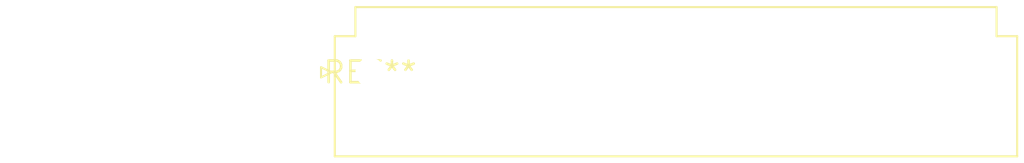
<source format=kicad_pcb>
(kicad_pcb (version 20240108) (generator pcbnew)
  (layers (0 "F.Cu" signal) (31 "B.Cu" signal) (34 "B.Paste" user) (35 "F.Paste" user) (36 "B.SilkS" user "B.Silkscreen") (37 "F.SilkS" user "F.Silkscreen") (38 "B.Mask" user) (39 "F.Mask" user) (44 "Edge.Cuts" user))
  (net 0 "")
  (footprint "JST_VH_B10P-VH-B_1x10_P3.96mm_Vertical" (layer "F.Cu") (at 0 0)
    (property "Reference" "REF**")
    (property "Value" "JST_VH_B10P-VH-B_1x10_P3.96mm_Vertical")
    (fp_line (start -2.86 -0.3) (end -2.26 0) (layer "F.SilkS") (stroke (width 0.12)))
    (fp_line (start -2.86 0.3) (end -2.86 -0.3) (layer "F.SilkS") (stroke (width 0.12)))
    (fp_line (start -2.26 0) (end -2.86 0.3) (layer "F.SilkS") (stroke (width 0.12)))
    (fp_line (start -2.06 -2.11) (end -0.86 -2.11) (layer "F.SilkS") (stroke (width 0.12)))
    (fp_line (start -2.06 4.91) (end -2.06 -2.11) (layer "F.SilkS") (stroke (width 0.12)))
    (fp_line (start -0.86 -3.81) (end 36.5 -3.81) (layer "F.SilkS") (stroke (width 0.12)))
    (fp_line (start -0.86 -2.11) (end -0.86 -3.81) (layer "F.SilkS") (stroke (width 0.12)))
    (fp_line (start 36.5 -3.81) (end 36.5 -2.11) (layer "F.SilkS") (stroke (width 0.12)))
    (fp_line (start 36.5 -2.11) (end 37.7 -2.11) (layer "F.SilkS") (stroke (width 0.12)))
    (fp_line (start 37.7 -2.11) (end 37.7 4.91) (layer "F.SilkS") (stroke (width 0.12)))
    (fp_line (start 37.7 4.91) (end -2.06 4.91) (layer "F.SilkS") (stroke (width 0.12)))
    (pad "1" thru_hole roundrect (at 0 0) (size 2.7 2.7) (drill 1.7) (layers *.Cu *.Mask) (remove_unused_layers) (roundrect_rratio 0.092593))
    (pad "2" thru_hole circle (at 3.96 0) (size 2.7 2.7) (drill 1.7) (layers *.Cu *.Mask) (remove_unused_layers))
    (pad "3" thru_hole circle (at 7.92 0) (size 2.7 2.7) (drill 1.7) (layers *.Cu *.Mask) (remove_unused_layers))
    (pad "4" thru_hole circle (at 11.88 0) (size 2.7 2.7) (drill 1.7) (layers *.Cu *.Mask) (remove_unused_layers))
    (pad "5" thru_hole circle (at 15.84 0) (size 2.7 2.7) (drill 1.7) (layers *.Cu *.Mask) (remove_unused_layers))
    (pad "6" thru_hole circle (at 19.8 0) (size 2.7 2.7) (drill 1.7) (layers *.Cu *.Mask) (remove_unused_layers))
    (pad "7" thru_hole circle (at 23.76 0) (size 2.7 2.7) (drill 1.7) (layers *.Cu *.Mask) (remove_unused_layers))
    (pad "8" thru_hole circle (at 27.72 0) (size 2.7 2.7) (drill 1.7) (layers *.Cu *.Mask) (remove_unused_layers))
    (pad "9" thru_hole circle (at 31.68 0) (size 2.7 2.7) (drill 1.7) (layers *.Cu *.Mask) (remove_unused_layers))
    (pad "10" thru_hole circle (at 35.64 0) (size 2.7 2.7) (drill 1.7) (layers *.Cu *.Mask) (remove_unused_layers))
  )
)
</source>
